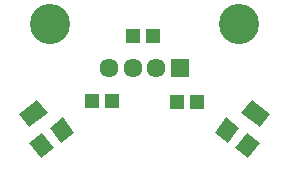
<source format=gts>
G04 EAGLE Gerber X2 export*
%TF.Part,Single*%
%TF.FileFunction,Other,Top Soldermask*%
%TF.FilePolarity,Positive*%
%TF.GenerationSoftware,Autodesk,EAGLE,8.7.0*%
%TF.CreationDate,2018-03-10T09:58:59Z*%
G75*
%MOMM*%
%FSLAX34Y34*%
%LPD*%
%AMOC8*
5,1,8,0,0,1.08239X$1,22.5*%
G01*
%ADD10C,3.403200*%
%ADD11R,2.003200X1.403200*%
%ADD12R,1.403200X1.603200*%
%ADD13R,1.303200X1.203200*%
%ADD14R,1.612800X1.612800*%
%ADD15C,1.612800*%


D10*
X190000Y120000D03*
X30000Y120000D03*
D11*
G36*
X27925Y44627D02*
X12033Y32433D01*
X3491Y43565D01*
X19383Y55759D01*
X27925Y44627D01*
G37*
D12*
G36*
X50708Y28077D02*
X39577Y19535D01*
X29818Y32253D01*
X40949Y40795D01*
X50708Y28077D01*
G37*
G36*
X33254Y14684D02*
X22123Y6142D01*
X12364Y18860D01*
X23495Y27402D01*
X33254Y14684D01*
G37*
D11*
G36*
X207931Y32433D02*
X192039Y44627D01*
X200581Y55759D01*
X216473Y43565D01*
X207931Y32433D01*
G37*
D12*
G36*
X197841Y6142D02*
X186710Y14684D01*
X196469Y27402D01*
X207600Y18860D01*
X197841Y6142D01*
G37*
G36*
X180387Y19535D02*
X169256Y28077D01*
X179015Y40795D01*
X190146Y32253D01*
X180387Y19535D01*
G37*
D13*
X82414Y54864D03*
X65414Y54864D03*
X154296Y54102D03*
X137296Y54102D03*
X100466Y109982D03*
X117466Y109982D03*
D14*
X139982Y82296D03*
D15*
X119982Y82296D03*
X99982Y82296D03*
X79982Y82296D03*
M02*

</source>
